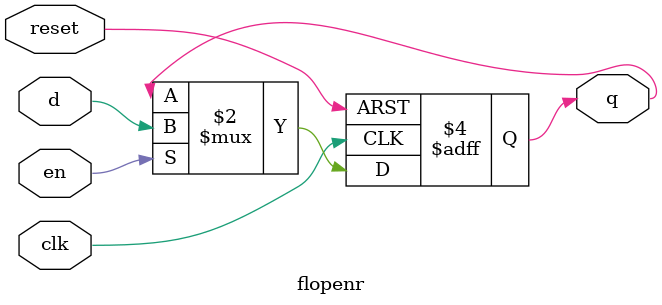
<source format=sv>
module flopenr(input logic clk, input logic reset, 
               input logic en, input logic d, 
					output logic q);
 
//Reset Assincrono
always @(posedge clk, posedge reset) 
	if (reset) q <= 1'b0; 
	else if (en) q <= d; 
endmodule




</source>
